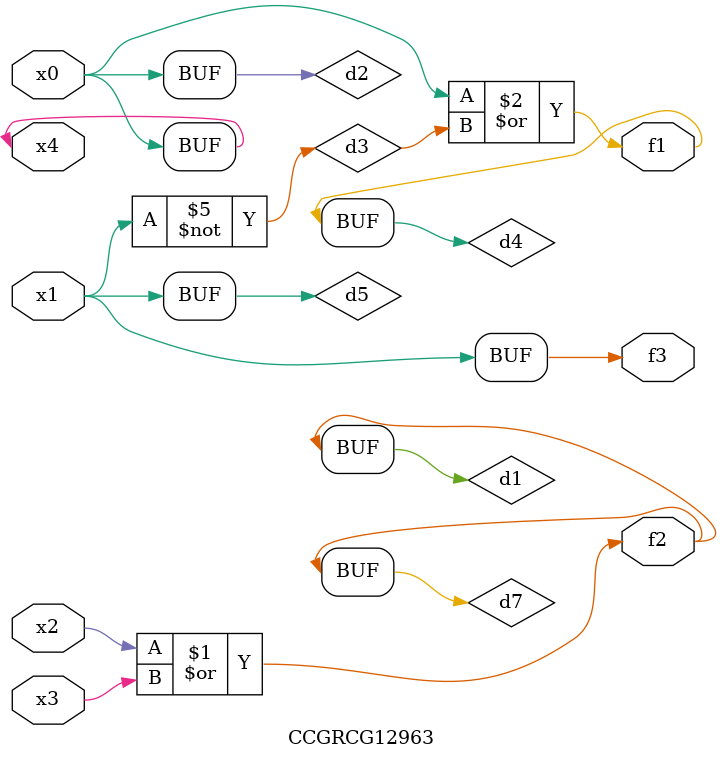
<source format=v>
module CCGRCG12963(
	input x0, x1, x2, x3, x4,
	output f1, f2, f3
);

	wire d1, d2, d3, d4, d5, d6, d7;

	or (d1, x2, x3);
	buf (d2, x0, x4);
	not (d3, x1);
	or (d4, d2, d3);
	not (d5, d3);
	nand (d6, d1, d3);
	or (d7, d1);
	assign f1 = d4;
	assign f2 = d7;
	assign f3 = d5;
endmodule

</source>
